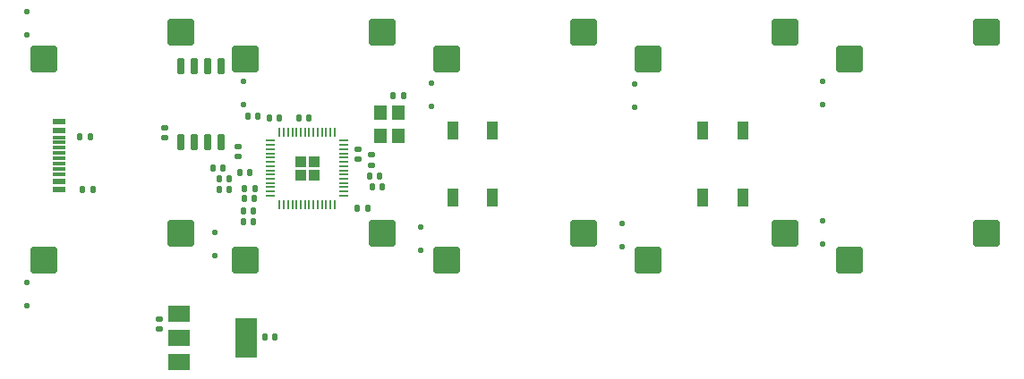
<source format=gbr>
%TF.GenerationSoftware,KiCad,Pcbnew,(7.0.0-0)*%
%TF.CreationDate,2023-04-10T20:33:14-04:00*%
%TF.ProjectId,KnGYT,4b6e4759-542e-46b6-9963-61645f706362,rev?*%
%TF.SameCoordinates,Original*%
%TF.FileFunction,Paste,Bot*%
%TF.FilePolarity,Positive*%
%FSLAX46Y46*%
G04 Gerber Fmt 4.6, Leading zero omitted, Abs format (unit mm)*
G04 Created by KiCad (PCBNEW (7.0.0-0)) date 2023-04-10 20:33:14*
%MOMM*%
%LPD*%
G01*
G04 APERTURE LIST*
G04 Aperture macros list*
%AMRoundRect*
0 Rectangle with rounded corners*
0 $1 Rounding radius*
0 $2 $3 $4 $5 $6 $7 $8 $9 X,Y pos of 4 corners*
0 Add a 4 corners polygon primitive as box body*
4,1,4,$2,$3,$4,$5,$6,$7,$8,$9,$2,$3,0*
0 Add four circle primitives for the rounded corners*
1,1,$1+$1,$2,$3*
1,1,$1+$1,$4,$5*
1,1,$1+$1,$6,$7*
1,1,$1+$1,$8,$9*
0 Add four rect primitives between the rounded corners*
20,1,$1+$1,$2,$3,$4,$5,0*
20,1,$1+$1,$4,$5,$6,$7,0*
20,1,$1+$1,$6,$7,$8,$9,0*
20,1,$1+$1,$8,$9,$2,$3,0*%
G04 Aperture macros list end*
%ADD10RoundRect,0.250000X1.025000X1.000000X-1.025000X1.000000X-1.025000X-1.000000X1.025000X-1.000000X0*%
%ADD11RoundRect,0.140000X0.140000X0.170000X-0.140000X0.170000X-0.140000X-0.170000X0.140000X-0.170000X0*%
%ADD12RoundRect,0.140000X0.170000X-0.140000X0.170000X0.140000X-0.170000X0.140000X-0.170000X-0.140000X0*%
%ADD13RoundRect,0.250000X-0.292217X0.292217X-0.292217X-0.292217X0.292217X-0.292217X0.292217X0.292217X0*%
%ADD14RoundRect,0.050000X-0.050000X0.387500X-0.050000X-0.387500X0.050000X-0.387500X0.050000X0.387500X0*%
%ADD15RoundRect,0.050000X-0.387500X0.050000X-0.387500X-0.050000X0.387500X-0.050000X0.387500X0.050000X0*%
%ADD16RoundRect,0.125000X-0.125000X0.125000X-0.125000X-0.125000X0.125000X-0.125000X0.125000X0.125000X0*%
%ADD17R,1.160000X0.600000*%
%ADD18R,1.160000X0.300000*%
%ADD19R,1.000000X1.700000*%
%ADD20RoundRect,0.125000X0.125000X-0.125000X0.125000X0.125000X-0.125000X0.125000X-0.125000X-0.125000X0*%
%ADD21RoundRect,0.140000X-0.140000X-0.170000X0.140000X-0.170000X0.140000X0.170000X-0.140000X0.170000X0*%
%ADD22RoundRect,0.135000X0.135000X0.185000X-0.135000X0.185000X-0.135000X-0.185000X0.135000X-0.185000X0*%
%ADD23RoundRect,0.135000X0.185000X-0.135000X0.185000X0.135000X-0.185000X0.135000X-0.185000X-0.135000X0*%
%ADD24RoundRect,0.150000X-0.150000X0.650000X-0.150000X-0.650000X0.150000X-0.650000X0.150000X0.650000X0*%
%ADD25R,2.000000X1.500000*%
%ADD26R,2.000000X3.800000*%
%ADD27RoundRect,0.140000X-0.170000X0.140000X-0.170000X-0.140000X0.170000X-0.140000X0.170000X0.140000X0*%
%ADD28R,1.200000X1.400000*%
G04 APERTURE END LIST*
D10*
%TO.C,SW1*%
X71840000Y-56610000D03*
X84767000Y-54070000D03*
%TD*%
D11*
%TO.C,C25*%
X91770000Y-69877500D03*
X90810000Y-69877500D03*
%TD*%
D12*
%TO.C,C27*%
X101600000Y-66127500D03*
X101600000Y-65167500D03*
%TD*%
D11*
%TO.C,C18*%
X96920000Y-62212500D03*
X95960000Y-62212500D03*
%TD*%
D13*
%TO.C,U4*%
X97377500Y-66350000D03*
X96102500Y-66350000D03*
X97377500Y-67625000D03*
X96102500Y-67625000D03*
D14*
X94140000Y-63550000D03*
X94540000Y-63550000D03*
X94940000Y-63550000D03*
X95340000Y-63550000D03*
X95740000Y-63550000D03*
X96140000Y-63550000D03*
X96540000Y-63550000D03*
X96940000Y-63550000D03*
X97340000Y-63550000D03*
X97740000Y-63550000D03*
X98140000Y-63550000D03*
X98540000Y-63550000D03*
X98940000Y-63550000D03*
X99340000Y-63550000D03*
D15*
X100177500Y-64387500D03*
X100177500Y-64787500D03*
X100177500Y-65187500D03*
X100177500Y-65587500D03*
X100177500Y-65987500D03*
X100177500Y-66387500D03*
X100177500Y-66787500D03*
X100177500Y-67187500D03*
X100177500Y-67587500D03*
X100177500Y-67987500D03*
X100177500Y-68387500D03*
X100177500Y-68787500D03*
X100177500Y-69187500D03*
X100177500Y-69587500D03*
D14*
X99340000Y-70425000D03*
X98940000Y-70425000D03*
X98540000Y-70425000D03*
X98140000Y-70425000D03*
X97740000Y-70425000D03*
X97340000Y-70425000D03*
X96940000Y-70425000D03*
X96540000Y-70425000D03*
X96140000Y-70425000D03*
X95740000Y-70425000D03*
X95340000Y-70425000D03*
X94940000Y-70425000D03*
X94540000Y-70425000D03*
X94140000Y-70425000D03*
D15*
X93302500Y-69587500D03*
X93302500Y-69187500D03*
X93302500Y-68787500D03*
X93302500Y-68387500D03*
X93302500Y-67987500D03*
X93302500Y-67587500D03*
X93302500Y-67187500D03*
X93302500Y-66787500D03*
X93302500Y-66387500D03*
X93302500Y-65987500D03*
X93302500Y-65587500D03*
X93302500Y-65187500D03*
X93302500Y-64787500D03*
X93302500Y-64387500D03*
%TD*%
D16*
%TO.C,D8*%
X107500000Y-72550000D03*
X107500000Y-74750000D03*
%TD*%
D17*
%TO.C,J1*%
X73249999Y-69004999D03*
X73249999Y-68204999D03*
D18*
X73249999Y-67054999D03*
X73249999Y-66054999D03*
X73249999Y-65554999D03*
X73249999Y-64554999D03*
D17*
X73249999Y-63404999D03*
X73249999Y-62604999D03*
X73249999Y-62604999D03*
X73249999Y-63404999D03*
D18*
X73249999Y-64054999D03*
X73249999Y-65054999D03*
X73249999Y-66554999D03*
X73249999Y-67554999D03*
D17*
X73249999Y-68204999D03*
X73249999Y-69004999D03*
%TD*%
D19*
%TO.C,SW12*%
X114299999Y-69749999D03*
X114299999Y-63449999D03*
X110499999Y-69749999D03*
X110499999Y-63449999D03*
%TD*%
D11*
%TO.C,C14*%
X91694000Y-72025500D03*
X90734000Y-72025500D03*
%TD*%
D20*
%TO.C,D3*%
X108500000Y-61100000D03*
X108500000Y-58900000D03*
%TD*%
D21*
%TO.C,C23*%
X92750000Y-83000000D03*
X93710000Y-83000000D03*
%TD*%
D20*
%TO.C,D6*%
X70250000Y-80000000D03*
X70250000Y-77800000D03*
%TD*%
D12*
%TO.C,C26*%
X83250000Y-64130000D03*
X83250000Y-63170000D03*
%TD*%
D22*
%TO.C,R4*%
X76525000Y-69000000D03*
X75505000Y-69000000D03*
%TD*%
D20*
%TO.C,D4*%
X127750000Y-61200000D03*
X127750000Y-59000000D03*
%TD*%
D16*
%TO.C,D7*%
X88000000Y-73050000D03*
X88000000Y-75250000D03*
%TD*%
D11*
%TO.C,C28*%
X105862000Y-60087500D03*
X104902000Y-60087500D03*
%TD*%
D23*
%TO.C,R6*%
X102870000Y-66691500D03*
X102870000Y-65671500D03*
%TD*%
D21*
%TO.C,R2*%
X88430000Y-68997500D03*
X89390000Y-68997500D03*
%TD*%
%TO.C,C17*%
X93140000Y-62207500D03*
X94100000Y-62207500D03*
%TD*%
D20*
%TO.C,D1*%
X70250000Y-54350000D03*
X70250000Y-52150000D03*
%TD*%
D21*
%TO.C,C21*%
X87815000Y-66975000D03*
X88775000Y-66975000D03*
%TD*%
D11*
%TO.C,C15*%
X91666000Y-71009500D03*
X90706000Y-71009500D03*
%TD*%
%TO.C,C20*%
X91355000Y-67375000D03*
X90395000Y-67375000D03*
%TD*%
D21*
%TO.C,R1*%
X88425000Y-67972500D03*
X89385000Y-67972500D03*
%TD*%
D24*
%TO.C,U3*%
X84765000Y-57325000D03*
X86035000Y-57325000D03*
X87305000Y-57325000D03*
X88575000Y-57325000D03*
X88575000Y-64525000D03*
X87305000Y-64525000D03*
X86035000Y-64525000D03*
X84765000Y-64525000D03*
%TD*%
D10*
%TO.C,SW7*%
X90890000Y-75660000D03*
X103817000Y-73120000D03*
%TD*%
D11*
%TO.C,C24*%
X91790000Y-68897500D03*
X90830000Y-68897500D03*
%TD*%
D10*
%TO.C,SW9*%
X128990000Y-75660000D03*
X141917000Y-73120000D03*
%TD*%
D25*
%TO.C,U2*%
X84649999Y-85349999D03*
X84649999Y-83049999D03*
D26*
X90949999Y-83049999D03*
D25*
X84649999Y-80749999D03*
%TD*%
D21*
%TO.C,C16*%
X101500000Y-70775000D03*
X102460000Y-70775000D03*
%TD*%
%TO.C,C13*%
X102926000Y-68723500D03*
X103886000Y-68723500D03*
%TD*%
D10*
%TO.C,SW5*%
X148040000Y-56610000D03*
X160967000Y-54070000D03*
%TD*%
%TO.C,SW3*%
X109940000Y-56610000D03*
X122867000Y-54070000D03*
%TD*%
D21*
%TO.C,R5*%
X91150000Y-62050000D03*
X92110000Y-62050000D03*
%TD*%
D20*
%TO.C,D2*%
X90750000Y-60950000D03*
X90750000Y-58750000D03*
%TD*%
D21*
%TO.C,C19*%
X102644000Y-67707500D03*
X103604000Y-67707500D03*
%TD*%
D20*
%TO.C,D5*%
X145500000Y-61000000D03*
X145500000Y-58800000D03*
%TD*%
D22*
%TO.C,R3*%
X76275000Y-64000000D03*
X75255000Y-64000000D03*
%TD*%
D10*
%TO.C,SW8*%
X109940000Y-75660000D03*
X122867000Y-73120000D03*
%TD*%
%TO.C,SW4*%
X128990000Y-56610000D03*
X141917000Y-54070000D03*
%TD*%
D16*
%TO.C,D9*%
X126500000Y-72250000D03*
X126500000Y-74450000D03*
%TD*%
D10*
%TO.C,SW2*%
X90890000Y-56610000D03*
X103817000Y-54070000D03*
%TD*%
D19*
%TO.C,SW11*%
X137949999Y-69749999D03*
X137949999Y-63449999D03*
X134149999Y-69749999D03*
X134149999Y-63449999D03*
%TD*%
D10*
%TO.C,SW10*%
X148040000Y-75660000D03*
X160967000Y-73120000D03*
%TD*%
D27*
%TO.C,C22*%
X82750000Y-81250000D03*
X82750000Y-82210000D03*
%TD*%
D28*
%TO.C,Y1*%
X103701999Y-63947499D03*
X103701999Y-61747499D03*
X105401999Y-61747499D03*
X105401999Y-63947499D03*
%TD*%
D16*
%TO.C,D10*%
X145500000Y-72000000D03*
X145500000Y-74200000D03*
%TD*%
D12*
%TO.C,C12*%
X90250000Y-65875000D03*
X90250000Y-64915000D03*
%TD*%
D10*
%TO.C,SW6*%
X71840000Y-75660000D03*
X84767000Y-73120000D03*
%TD*%
M02*

</source>
